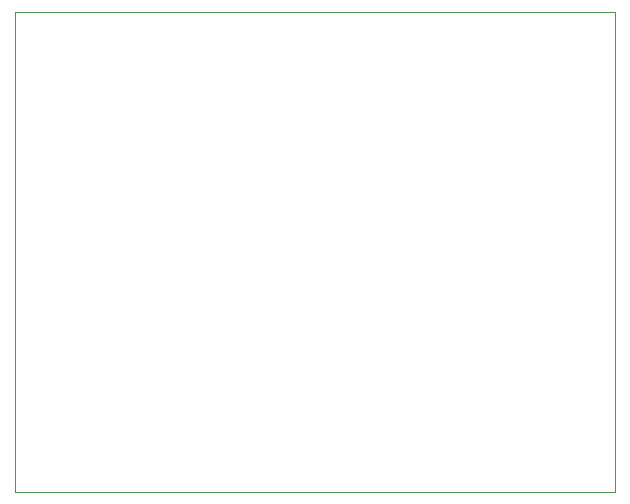
<source format=gbr>
G04 #@! TF.GenerationSoftware,KiCad,Pcbnew,(5.1.5)-3*
G04 #@! TF.CreationDate,2020-04-13T18:35:01-04:00*
G04 #@! TF.ProjectId,BurnWire_Circuit,4275726e-5769-4726-955f-436972637569,rev?*
G04 #@! TF.SameCoordinates,Original*
G04 #@! TF.FileFunction,Profile,NP*
%FSLAX46Y46*%
G04 Gerber Fmt 4.6, Leading zero omitted, Abs format (unit mm)*
G04 Created by KiCad (PCBNEW (5.1.5)-3) date 2020-04-13 18:35:01*
%MOMM*%
%LPD*%
G04 APERTURE LIST*
%ADD10C,0.050000*%
G04 APERTURE END LIST*
D10*
X167640000Y-96500000D02*
X167640000Y-55870000D01*
X218420000Y-96510000D02*
X167640000Y-96500000D01*
X218430000Y-55870000D02*
X218420000Y-96510000D01*
X167640000Y-55870000D02*
X218430000Y-55870000D01*
M02*

</source>
